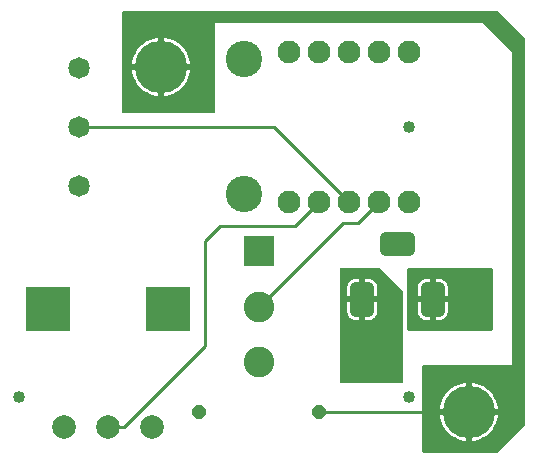
<source format=gbr>
G04 EAGLE Gerber RS-274X export*
G75*
%MOMM*%
%FSLAX34Y34*%
%LPD*%
%INTop Copper*%
%IPPOS*%
%AMOC8*
5,1,8,0,0,1.08239X$1,22.5*%
G01*
%ADD10C,1.930400*%
%ADD11C,3.080000*%
%ADD12C,2.000000*%
%ADD13R,3.816000X3.816000*%
%ADD14R,2.590000X2.590000*%
%ADD15C,2.590000*%
%ADD16C,1.820000*%
%ADD17C,1.000000*%
%ADD18C,4.445000*%
%ADD19C,1.016000*%
%ADD20P,1.231672X8X22.500000*%
%ADD21C,0.654800*%
%ADD22C,0.254000*%

G36*
X417304Y3315D02*
X417304Y3315D01*
X417403Y3318D01*
X417462Y3335D01*
X417522Y3343D01*
X417614Y3379D01*
X417709Y3407D01*
X417761Y3437D01*
X417817Y3460D01*
X417897Y3518D01*
X417983Y3568D01*
X418058Y3634D01*
X418075Y3646D01*
X418083Y3656D01*
X418104Y3674D01*
X440826Y26396D01*
X440886Y26475D01*
X440954Y26547D01*
X440983Y26600D01*
X441020Y26648D01*
X441060Y26739D01*
X441108Y26825D01*
X441123Y26884D01*
X441147Y26939D01*
X441162Y27037D01*
X441187Y27133D01*
X441193Y27233D01*
X441197Y27254D01*
X441195Y27266D01*
X441197Y27294D01*
X441197Y353706D01*
X441185Y353804D01*
X441182Y353903D01*
X441165Y353962D01*
X441157Y354022D01*
X441121Y354114D01*
X441093Y354209D01*
X441063Y354261D01*
X441040Y354317D01*
X440982Y354397D01*
X440932Y354483D01*
X440866Y354558D01*
X440854Y354575D01*
X440844Y354583D01*
X440826Y354604D01*
X418104Y377326D01*
X418025Y377386D01*
X417953Y377454D01*
X417900Y377483D01*
X417852Y377520D01*
X417761Y377560D01*
X417675Y377608D01*
X417616Y377623D01*
X417561Y377647D01*
X417463Y377662D01*
X417367Y377687D01*
X417267Y377693D01*
X417246Y377697D01*
X417234Y377695D01*
X417206Y377697D01*
X101600Y377697D01*
X101482Y377682D01*
X101363Y377675D01*
X101325Y377662D01*
X101284Y377657D01*
X101174Y377614D01*
X101061Y377577D01*
X101026Y377555D01*
X100989Y377540D01*
X100893Y377471D01*
X100792Y377407D01*
X100764Y377377D01*
X100731Y377354D01*
X100656Y377262D01*
X100574Y377175D01*
X100554Y377140D01*
X100529Y377109D01*
X100478Y377001D01*
X100420Y376897D01*
X100410Y376857D01*
X100393Y376821D01*
X100371Y376704D01*
X100341Y376589D01*
X100337Y376529D01*
X100333Y376509D01*
X100335Y376488D01*
X100331Y376428D01*
X100331Y292100D01*
X100346Y291982D01*
X100353Y291863D01*
X100366Y291825D01*
X100371Y291784D01*
X100414Y291674D01*
X100451Y291561D01*
X100473Y291526D01*
X100488Y291489D01*
X100558Y291393D01*
X100621Y291292D01*
X100651Y291264D01*
X100674Y291231D01*
X100766Y291156D01*
X100853Y291074D01*
X100888Y291054D01*
X100919Y291029D01*
X101027Y290978D01*
X101131Y290920D01*
X101171Y290910D01*
X101207Y290893D01*
X101324Y290871D01*
X101439Y290841D01*
X101500Y290837D01*
X101520Y290833D01*
X101540Y290835D01*
X101600Y290831D01*
X177800Y290831D01*
X177918Y290846D01*
X178037Y290853D01*
X178075Y290866D01*
X178116Y290871D01*
X178226Y290914D01*
X178339Y290951D01*
X178374Y290973D01*
X178411Y290988D01*
X178507Y291058D01*
X178608Y291121D01*
X178636Y291151D01*
X178669Y291174D01*
X178745Y291266D01*
X178826Y291353D01*
X178846Y291388D01*
X178871Y291419D01*
X178922Y291527D01*
X178980Y291631D01*
X178990Y291671D01*
X179007Y291707D01*
X179029Y291824D01*
X179059Y291939D01*
X179063Y292000D01*
X179067Y292020D01*
X179065Y292040D01*
X179069Y292100D01*
X179069Y367031D01*
X405874Y367031D01*
X430531Y342374D01*
X430531Y77469D01*
X355600Y77469D01*
X355482Y77454D01*
X355363Y77447D01*
X355325Y77434D01*
X355284Y77429D01*
X355174Y77386D01*
X355061Y77349D01*
X355026Y77327D01*
X354989Y77312D01*
X354893Y77243D01*
X354792Y77179D01*
X354764Y77149D01*
X354731Y77126D01*
X354656Y77034D01*
X354574Y76947D01*
X354554Y76912D01*
X354529Y76881D01*
X354478Y76773D01*
X354420Y76669D01*
X354410Y76629D01*
X354393Y76593D01*
X354371Y76476D01*
X354341Y76361D01*
X354337Y76301D01*
X354333Y76281D01*
X354335Y76260D01*
X354331Y76200D01*
X354331Y4572D01*
X354346Y4454D01*
X354353Y4335D01*
X354366Y4297D01*
X354371Y4256D01*
X354414Y4146D01*
X354451Y4033D01*
X354473Y3998D01*
X354488Y3961D01*
X354558Y3865D01*
X354621Y3764D01*
X354651Y3736D01*
X354674Y3703D01*
X354766Y3627D01*
X354853Y3546D01*
X354888Y3526D01*
X354919Y3501D01*
X355027Y3450D01*
X355131Y3392D01*
X355171Y3382D01*
X355207Y3365D01*
X355324Y3343D01*
X355439Y3313D01*
X355500Y3309D01*
X355520Y3305D01*
X355540Y3307D01*
X355600Y3303D01*
X417206Y3303D01*
X417304Y3315D01*
G37*
G36*
X336668Y62246D02*
X336668Y62246D01*
X336787Y62253D01*
X336825Y62266D01*
X336866Y62271D01*
X336976Y62314D01*
X337089Y62351D01*
X337124Y62373D01*
X337161Y62388D01*
X337257Y62458D01*
X337358Y62521D01*
X337386Y62551D01*
X337419Y62574D01*
X337495Y62666D01*
X337576Y62753D01*
X337596Y62788D01*
X337621Y62819D01*
X337672Y62927D01*
X337730Y63031D01*
X337740Y63071D01*
X337757Y63107D01*
X337779Y63224D01*
X337809Y63339D01*
X337813Y63400D01*
X337817Y63420D01*
X337815Y63440D01*
X337819Y63500D01*
X337819Y139700D01*
X337807Y139798D01*
X337804Y139897D01*
X337787Y139955D01*
X337779Y140016D01*
X337743Y140108D01*
X337715Y140203D01*
X337685Y140255D01*
X337662Y140311D01*
X337604Y140391D01*
X337554Y140477D01*
X337488Y140552D01*
X337476Y140569D01*
X337466Y140576D01*
X337448Y140598D01*
X318398Y159648D01*
X318319Y159708D01*
X318247Y159776D01*
X318194Y159805D01*
X318146Y159842D01*
X318055Y159882D01*
X317969Y159930D01*
X317910Y159945D01*
X317854Y159969D01*
X317756Y159984D01*
X317661Y160009D01*
X317561Y160015D01*
X317540Y160019D01*
X317528Y160017D01*
X317500Y160019D01*
X285750Y160019D01*
X285632Y160004D01*
X285513Y159997D01*
X285475Y159984D01*
X285434Y159979D01*
X285324Y159936D01*
X285211Y159899D01*
X285176Y159877D01*
X285139Y159862D01*
X285043Y159793D01*
X284942Y159729D01*
X284914Y159699D01*
X284881Y159676D01*
X284806Y159584D01*
X284724Y159497D01*
X284704Y159462D01*
X284679Y159431D01*
X284628Y159323D01*
X284570Y159219D01*
X284560Y159179D01*
X284543Y159143D01*
X284521Y159026D01*
X284491Y158911D01*
X284487Y158851D01*
X284483Y158831D01*
X284485Y158810D01*
X284481Y158750D01*
X284481Y63500D01*
X284496Y63382D01*
X284503Y63263D01*
X284516Y63225D01*
X284521Y63184D01*
X284564Y63074D01*
X284601Y62961D01*
X284623Y62926D01*
X284638Y62889D01*
X284708Y62793D01*
X284771Y62692D01*
X284801Y62664D01*
X284824Y62631D01*
X284916Y62556D01*
X285003Y62474D01*
X285038Y62454D01*
X285069Y62429D01*
X285177Y62378D01*
X285281Y62320D01*
X285321Y62310D01*
X285357Y62293D01*
X285474Y62271D01*
X285589Y62241D01*
X285650Y62237D01*
X285670Y62233D01*
X285690Y62235D01*
X285750Y62231D01*
X336550Y62231D01*
X336668Y62246D01*
G37*
G36*
X412868Y106696D02*
X412868Y106696D01*
X412987Y106703D01*
X413025Y106716D01*
X413066Y106721D01*
X413176Y106764D01*
X413289Y106801D01*
X413324Y106823D01*
X413361Y106838D01*
X413457Y106908D01*
X413558Y106971D01*
X413586Y107001D01*
X413619Y107024D01*
X413695Y107116D01*
X413776Y107203D01*
X413796Y107238D01*
X413821Y107269D01*
X413872Y107377D01*
X413930Y107481D01*
X413940Y107521D01*
X413957Y107557D01*
X413979Y107674D01*
X414009Y107789D01*
X414013Y107850D01*
X414017Y107870D01*
X414015Y107890D01*
X414019Y107950D01*
X414019Y158750D01*
X414004Y158868D01*
X413997Y158987D01*
X413984Y159025D01*
X413979Y159066D01*
X413936Y159176D01*
X413899Y159289D01*
X413877Y159324D01*
X413862Y159361D01*
X413793Y159457D01*
X413729Y159558D01*
X413699Y159586D01*
X413676Y159619D01*
X413584Y159695D01*
X413497Y159776D01*
X413462Y159796D01*
X413431Y159821D01*
X413323Y159872D01*
X413219Y159930D01*
X413179Y159940D01*
X413143Y159957D01*
X413026Y159979D01*
X412911Y160009D01*
X412851Y160013D01*
X412831Y160017D01*
X412810Y160015D01*
X412750Y160019D01*
X342900Y160019D01*
X342782Y160004D01*
X342663Y159997D01*
X342625Y159984D01*
X342584Y159979D01*
X342474Y159936D01*
X342361Y159899D01*
X342326Y159877D01*
X342289Y159862D01*
X342193Y159793D01*
X342092Y159729D01*
X342064Y159699D01*
X342031Y159676D01*
X341956Y159584D01*
X341874Y159497D01*
X341854Y159462D01*
X341829Y159431D01*
X341778Y159323D01*
X341720Y159219D01*
X341710Y159179D01*
X341693Y159143D01*
X341671Y159026D01*
X341641Y158911D01*
X341637Y158851D01*
X341633Y158831D01*
X341635Y158810D01*
X341634Y158806D01*
X341633Y158801D01*
X341634Y158795D01*
X341631Y158750D01*
X341631Y107950D01*
X341646Y107832D01*
X341653Y107713D01*
X341666Y107675D01*
X341671Y107634D01*
X341714Y107524D01*
X341751Y107411D01*
X341773Y107376D01*
X341788Y107339D01*
X341858Y107243D01*
X341921Y107142D01*
X341951Y107114D01*
X341974Y107081D01*
X342066Y107006D01*
X342153Y106924D01*
X342188Y106904D01*
X342219Y106879D01*
X342327Y106828D01*
X342431Y106770D01*
X342471Y106760D01*
X342507Y106743D01*
X342624Y106721D01*
X342739Y106691D01*
X342800Y106687D01*
X342820Y106683D01*
X342840Y106685D01*
X342900Y106681D01*
X412750Y106681D01*
X412868Y106696D01*
G37*
%LPC*%
G36*
X305839Y120990D02*
X305839Y120990D01*
X305824Y121108D01*
X305817Y121227D01*
X305804Y121265D01*
X305799Y121306D01*
X305755Y121416D01*
X305719Y121529D01*
X305697Y121564D01*
X305682Y121601D01*
X305612Y121697D01*
X305549Y121798D01*
X305519Y121826D01*
X305495Y121859D01*
X305404Y121935D01*
X305317Y122016D01*
X305282Y122036D01*
X305250Y122061D01*
X305143Y122112D01*
X305039Y122170D01*
X304999Y122180D01*
X304963Y122197D01*
X304846Y122219D01*
X304731Y122249D01*
X304670Y122253D01*
X304650Y122257D01*
X304630Y122255D01*
X304570Y122259D01*
X302030Y122259D01*
X301912Y122244D01*
X301793Y122237D01*
X301755Y122224D01*
X301715Y122219D01*
X301604Y122176D01*
X301491Y122139D01*
X301456Y122117D01*
X301419Y122102D01*
X301323Y122033D01*
X301222Y121969D01*
X301194Y121939D01*
X301161Y121916D01*
X301086Y121824D01*
X301004Y121737D01*
X300984Y121702D01*
X300959Y121671D01*
X300908Y121563D01*
X300850Y121459D01*
X300840Y121419D01*
X300823Y121383D01*
X300801Y121266D01*
X300771Y121151D01*
X300767Y121091D01*
X300763Y121071D01*
X300765Y121050D01*
X300761Y120990D01*
X300761Y115809D01*
X297557Y115809D01*
X296100Y116099D01*
X294728Y116667D01*
X293493Y117493D01*
X292443Y118543D01*
X291617Y119778D01*
X291049Y121150D01*
X290759Y122607D01*
X290759Y130811D01*
X294440Y130811D01*
X294558Y130826D01*
X294677Y130833D01*
X294715Y130846D01*
X294756Y130851D01*
X294866Y130894D01*
X294979Y130931D01*
X295014Y130953D01*
X295051Y130968D01*
X295147Y131038D01*
X295248Y131101D01*
X295276Y131131D01*
X295309Y131155D01*
X295385Y131246D01*
X295466Y131333D01*
X295486Y131368D01*
X295511Y131399D01*
X295562Y131507D01*
X295620Y131611D01*
X295630Y131651D01*
X295647Y131687D01*
X295669Y131804D01*
X295699Y131919D01*
X295703Y131980D01*
X295707Y132000D01*
X295705Y132020D01*
X295709Y132080D01*
X295709Y134620D01*
X295694Y134738D01*
X295687Y134857D01*
X295674Y134895D01*
X295669Y134935D01*
X295626Y135046D01*
X295589Y135159D01*
X295567Y135194D01*
X295552Y135231D01*
X295483Y135327D01*
X295419Y135428D01*
X295389Y135456D01*
X295366Y135488D01*
X295274Y135564D01*
X295187Y135646D01*
X295152Y135665D01*
X295121Y135691D01*
X295013Y135742D01*
X294909Y135799D01*
X294869Y135810D01*
X294833Y135827D01*
X294716Y135849D01*
X294601Y135879D01*
X294541Y135883D01*
X294521Y135887D01*
X294500Y135885D01*
X294440Y135889D01*
X290759Y135889D01*
X290759Y144093D01*
X291049Y145550D01*
X291617Y146922D01*
X292443Y148157D01*
X293493Y149207D01*
X294728Y150033D01*
X296100Y150601D01*
X297557Y150891D01*
X300761Y150891D01*
X300761Y145710D01*
X300776Y145592D01*
X300783Y145473D01*
X300796Y145435D01*
X300801Y145394D01*
X300844Y145284D01*
X300881Y145171D01*
X300903Y145136D01*
X300918Y145099D01*
X300988Y145003D01*
X301051Y144902D01*
X301081Y144874D01*
X301105Y144841D01*
X301196Y144765D01*
X301283Y144684D01*
X301318Y144664D01*
X301349Y144639D01*
X301457Y144588D01*
X301561Y144530D01*
X301601Y144520D01*
X301637Y144503D01*
X301754Y144481D01*
X301869Y144451D01*
X301930Y144447D01*
X301950Y144443D01*
X301970Y144445D01*
X302030Y144441D01*
X304570Y144441D01*
X304688Y144456D01*
X304807Y144463D01*
X304845Y144476D01*
X304885Y144481D01*
X304996Y144524D01*
X305109Y144561D01*
X305144Y144583D01*
X305181Y144598D01*
X305277Y144667D01*
X305378Y144731D01*
X305406Y144761D01*
X305438Y144784D01*
X305514Y144876D01*
X305596Y144963D01*
X305615Y144998D01*
X305641Y145029D01*
X305692Y145137D01*
X305749Y145241D01*
X305760Y145281D01*
X305777Y145317D01*
X305799Y145434D01*
X305829Y145549D01*
X305833Y145609D01*
X305837Y145629D01*
X305835Y145650D01*
X305839Y145710D01*
X305839Y150891D01*
X309043Y150891D01*
X310500Y150601D01*
X311872Y150033D01*
X313107Y149207D01*
X314157Y148157D01*
X314983Y146922D01*
X315551Y145550D01*
X315841Y144093D01*
X315841Y135889D01*
X312160Y135889D01*
X312042Y135874D01*
X311923Y135867D01*
X311885Y135854D01*
X311844Y135849D01*
X311734Y135805D01*
X311621Y135769D01*
X311586Y135747D01*
X311549Y135732D01*
X311453Y135662D01*
X311352Y135599D01*
X311324Y135569D01*
X311291Y135545D01*
X311215Y135454D01*
X311134Y135367D01*
X311114Y135332D01*
X311089Y135300D01*
X311038Y135193D01*
X310980Y135089D01*
X310970Y135049D01*
X310953Y135013D01*
X310931Y134896D01*
X310901Y134781D01*
X310897Y134720D01*
X310893Y134700D01*
X310895Y134680D01*
X310891Y134620D01*
X310891Y132080D01*
X310906Y131962D01*
X310913Y131843D01*
X310926Y131805D01*
X310931Y131765D01*
X310974Y131654D01*
X311011Y131541D01*
X311033Y131506D01*
X311048Y131469D01*
X311117Y131373D01*
X311181Y131272D01*
X311211Y131244D01*
X311234Y131211D01*
X311326Y131136D01*
X311413Y131054D01*
X311448Y131034D01*
X311479Y131009D01*
X311587Y130958D01*
X311691Y130900D01*
X311731Y130890D01*
X311767Y130873D01*
X311884Y130851D01*
X311999Y130821D01*
X312059Y130817D01*
X312079Y130813D01*
X312100Y130815D01*
X312160Y130811D01*
X315841Y130811D01*
X315841Y122607D01*
X315551Y121150D01*
X314983Y119778D01*
X314157Y118543D01*
X313107Y117493D01*
X311872Y116667D01*
X310500Y116099D01*
X309043Y115809D01*
X305839Y115809D01*
X305839Y120990D01*
G37*
%LPD*%
%LPC*%
G36*
X365839Y120990D02*
X365839Y120990D01*
X365824Y121108D01*
X365817Y121227D01*
X365804Y121265D01*
X365799Y121306D01*
X365755Y121416D01*
X365719Y121529D01*
X365697Y121564D01*
X365682Y121601D01*
X365612Y121697D01*
X365549Y121798D01*
X365519Y121826D01*
X365495Y121859D01*
X365404Y121935D01*
X365317Y122016D01*
X365282Y122036D01*
X365250Y122061D01*
X365143Y122112D01*
X365039Y122170D01*
X364999Y122180D01*
X364963Y122197D01*
X364846Y122219D01*
X364731Y122249D01*
X364670Y122253D01*
X364650Y122257D01*
X364630Y122255D01*
X364570Y122259D01*
X362030Y122259D01*
X361912Y122244D01*
X361793Y122237D01*
X361755Y122224D01*
X361715Y122219D01*
X361604Y122176D01*
X361491Y122139D01*
X361456Y122117D01*
X361419Y122102D01*
X361323Y122033D01*
X361222Y121969D01*
X361194Y121939D01*
X361161Y121916D01*
X361086Y121824D01*
X361004Y121737D01*
X360984Y121702D01*
X360959Y121671D01*
X360908Y121563D01*
X360850Y121459D01*
X360840Y121419D01*
X360823Y121383D01*
X360801Y121266D01*
X360771Y121151D01*
X360767Y121091D01*
X360763Y121071D01*
X360765Y121050D01*
X360761Y120990D01*
X360761Y115809D01*
X357557Y115809D01*
X356100Y116099D01*
X354728Y116667D01*
X353493Y117493D01*
X352443Y118543D01*
X351617Y119778D01*
X351049Y121150D01*
X350759Y122607D01*
X350759Y130811D01*
X354440Y130811D01*
X354558Y130826D01*
X354677Y130833D01*
X354715Y130846D01*
X354756Y130851D01*
X354866Y130894D01*
X354979Y130931D01*
X355014Y130953D01*
X355051Y130968D01*
X355147Y131038D01*
X355248Y131101D01*
X355276Y131131D01*
X355309Y131155D01*
X355385Y131246D01*
X355466Y131333D01*
X355486Y131368D01*
X355511Y131399D01*
X355562Y131507D01*
X355620Y131611D01*
X355630Y131651D01*
X355647Y131687D01*
X355669Y131804D01*
X355699Y131919D01*
X355703Y131980D01*
X355707Y132000D01*
X355705Y132020D01*
X355709Y132080D01*
X355709Y134620D01*
X355694Y134738D01*
X355687Y134857D01*
X355674Y134895D01*
X355669Y134935D01*
X355626Y135046D01*
X355589Y135159D01*
X355567Y135194D01*
X355552Y135231D01*
X355483Y135327D01*
X355419Y135428D01*
X355389Y135456D01*
X355366Y135488D01*
X355274Y135564D01*
X355187Y135646D01*
X355152Y135665D01*
X355121Y135691D01*
X355013Y135742D01*
X354909Y135799D01*
X354869Y135810D01*
X354833Y135827D01*
X354716Y135849D01*
X354601Y135879D01*
X354541Y135883D01*
X354521Y135887D01*
X354500Y135885D01*
X354440Y135889D01*
X350759Y135889D01*
X350759Y144093D01*
X351049Y145550D01*
X351617Y146922D01*
X352443Y148157D01*
X353493Y149207D01*
X354728Y150033D01*
X356100Y150601D01*
X357557Y150891D01*
X360761Y150891D01*
X360761Y145710D01*
X360776Y145592D01*
X360783Y145473D01*
X360796Y145435D01*
X360801Y145394D01*
X360844Y145284D01*
X360881Y145171D01*
X360903Y145136D01*
X360918Y145099D01*
X360988Y145003D01*
X361051Y144902D01*
X361081Y144874D01*
X361105Y144841D01*
X361196Y144765D01*
X361283Y144684D01*
X361318Y144664D01*
X361349Y144639D01*
X361457Y144588D01*
X361561Y144530D01*
X361601Y144520D01*
X361637Y144503D01*
X361754Y144481D01*
X361869Y144451D01*
X361930Y144447D01*
X361950Y144443D01*
X361970Y144445D01*
X362030Y144441D01*
X364570Y144441D01*
X364688Y144456D01*
X364807Y144463D01*
X364845Y144476D01*
X364885Y144481D01*
X364996Y144524D01*
X365109Y144561D01*
X365144Y144583D01*
X365181Y144598D01*
X365277Y144667D01*
X365378Y144731D01*
X365406Y144761D01*
X365438Y144784D01*
X365514Y144876D01*
X365596Y144963D01*
X365615Y144998D01*
X365641Y145029D01*
X365692Y145137D01*
X365749Y145241D01*
X365760Y145281D01*
X365777Y145317D01*
X365799Y145434D01*
X365829Y145549D01*
X365833Y145609D01*
X365837Y145629D01*
X365835Y145650D01*
X365839Y145710D01*
X365839Y150891D01*
X369043Y150891D01*
X370500Y150601D01*
X371872Y150033D01*
X373107Y149207D01*
X374157Y148157D01*
X374983Y146922D01*
X375551Y145550D01*
X375841Y144093D01*
X375841Y135889D01*
X372160Y135889D01*
X372042Y135874D01*
X371923Y135867D01*
X371885Y135854D01*
X371844Y135849D01*
X371734Y135805D01*
X371621Y135769D01*
X371586Y135747D01*
X371549Y135732D01*
X371453Y135662D01*
X371352Y135599D01*
X371324Y135569D01*
X371291Y135545D01*
X371215Y135454D01*
X371134Y135367D01*
X371114Y135332D01*
X371089Y135300D01*
X371038Y135193D01*
X370980Y135089D01*
X370970Y135049D01*
X370953Y135013D01*
X370931Y134896D01*
X370901Y134781D01*
X370897Y134720D01*
X370893Y134700D01*
X370894Y134689D01*
X370893Y134685D01*
X370894Y134672D01*
X370891Y134620D01*
X370891Y132080D01*
X370906Y131962D01*
X370913Y131843D01*
X370926Y131805D01*
X370931Y131765D01*
X370974Y131654D01*
X371011Y131541D01*
X371033Y131506D01*
X371048Y131469D01*
X371117Y131373D01*
X371181Y131272D01*
X371211Y131244D01*
X371234Y131211D01*
X371326Y131136D01*
X371413Y131054D01*
X371448Y131034D01*
X371479Y131009D01*
X371587Y130958D01*
X371691Y130900D01*
X371731Y130890D01*
X371767Y130873D01*
X371884Y130851D01*
X371999Y130821D01*
X372059Y130817D01*
X372079Y130813D01*
X372100Y130815D01*
X372160Y130811D01*
X375841Y130811D01*
X375841Y122607D01*
X375551Y121150D01*
X374983Y119778D01*
X374157Y118543D01*
X373107Y117493D01*
X371872Y116667D01*
X370500Y116099D01*
X369043Y115809D01*
X365839Y115809D01*
X365839Y120990D01*
G37*
%LPD*%
%LPC*%
G36*
X135889Y332739D02*
X135889Y332739D01*
X135889Y354836D01*
X137505Y354654D01*
X140217Y354035D01*
X142842Y353117D01*
X145349Y351910D01*
X147704Y350430D01*
X149879Y348695D01*
X151845Y346729D01*
X153580Y344554D01*
X155060Y342199D01*
X156267Y339692D01*
X157185Y337067D01*
X157804Y334355D01*
X157986Y332739D01*
X135889Y332739D01*
G37*
%LPD*%
%LPC*%
G36*
X396239Y40639D02*
X396239Y40639D01*
X396239Y62736D01*
X397855Y62554D01*
X400567Y61935D01*
X403192Y61017D01*
X405699Y59810D01*
X408054Y58330D01*
X410229Y56595D01*
X412195Y54629D01*
X413930Y52454D01*
X415410Y50099D01*
X416617Y47592D01*
X417535Y44967D01*
X418154Y42255D01*
X418336Y40639D01*
X396239Y40639D01*
G37*
%LPD*%
%LPC*%
G36*
X108714Y332739D02*
X108714Y332739D01*
X108896Y334355D01*
X109515Y337067D01*
X110433Y339692D01*
X111640Y342199D01*
X113120Y344554D01*
X114855Y346729D01*
X116821Y348695D01*
X118996Y350430D01*
X121351Y351910D01*
X123858Y353117D01*
X126483Y354035D01*
X129195Y354654D01*
X130811Y354836D01*
X130811Y332739D01*
X108714Y332739D01*
G37*
%LPD*%
%LPC*%
G36*
X135889Y327661D02*
X135889Y327661D01*
X157986Y327661D01*
X157804Y326045D01*
X157185Y323333D01*
X156267Y320708D01*
X155060Y318201D01*
X153580Y315846D01*
X151845Y313671D01*
X149879Y311705D01*
X147704Y309970D01*
X145349Y308490D01*
X142842Y307283D01*
X140217Y306365D01*
X137505Y305746D01*
X135889Y305564D01*
X135889Y327661D01*
G37*
%LPD*%
%LPC*%
G36*
X369064Y40639D02*
X369064Y40639D01*
X369246Y42255D01*
X369865Y44967D01*
X370783Y47592D01*
X371990Y50099D01*
X373470Y52454D01*
X375205Y54629D01*
X377171Y56595D01*
X379346Y58330D01*
X381701Y59810D01*
X384208Y61017D01*
X386833Y61935D01*
X389545Y62554D01*
X391161Y62736D01*
X391161Y40639D01*
X369064Y40639D01*
G37*
%LPD*%
%LPC*%
G36*
X396239Y35561D02*
X396239Y35561D01*
X418336Y35561D01*
X418154Y33945D01*
X417535Y31233D01*
X416617Y28608D01*
X415410Y26101D01*
X413930Y23746D01*
X412195Y21571D01*
X410229Y19605D01*
X408054Y17870D01*
X405699Y16390D01*
X403192Y15183D01*
X400567Y14265D01*
X397855Y13646D01*
X396239Y13464D01*
X396239Y35561D01*
G37*
%LPD*%
%LPC*%
G36*
X129195Y305746D02*
X129195Y305746D01*
X126483Y306365D01*
X123858Y307283D01*
X121351Y308490D01*
X118996Y309970D01*
X116821Y311705D01*
X114855Y313671D01*
X113120Y315846D01*
X111640Y318201D01*
X110433Y320708D01*
X109515Y323333D01*
X108896Y326045D01*
X108714Y327661D01*
X130811Y327661D01*
X130811Y305564D01*
X129195Y305746D01*
G37*
%LPD*%
%LPC*%
G36*
X389545Y13646D02*
X389545Y13646D01*
X386833Y14265D01*
X384208Y15183D01*
X381701Y16390D01*
X379346Y17870D01*
X377171Y19605D01*
X375205Y21571D01*
X373470Y23746D01*
X371990Y26101D01*
X370783Y28608D01*
X369865Y31233D01*
X369246Y33945D01*
X369064Y35561D01*
X391161Y35561D01*
X391161Y13464D01*
X389545Y13646D01*
G37*
%LPD*%
%LPC*%
G36*
X133349Y330199D02*
X133349Y330199D01*
X133349Y330201D01*
X133351Y330201D01*
X133351Y330199D01*
X133349Y330199D01*
G37*
%LPD*%
%LPC*%
G36*
X393699Y38099D02*
X393699Y38099D01*
X393699Y38101D01*
X393701Y38101D01*
X393701Y38099D01*
X393699Y38099D01*
G37*
%LPD*%
D10*
X342900Y342646D03*
X317500Y342646D03*
X292100Y342646D03*
X266700Y342646D03*
X241300Y342646D03*
X241300Y215900D03*
X266700Y215900D03*
X292100Y215900D03*
X317500Y215900D03*
X342900Y215900D03*
D11*
X203200Y336550D03*
X203200Y222250D03*
D12*
X50800Y25400D03*
X125730Y25400D03*
X88265Y25400D03*
D13*
X138811Y125222D03*
X37719Y125222D03*
D14*
X215900Y174000D03*
D15*
X215900Y127000D03*
X215900Y80000D03*
D16*
X63500Y229400D03*
X63500Y279400D03*
X63500Y329400D03*
D17*
X308300Y143350D02*
X308300Y123350D01*
X298300Y123350D01*
X298300Y143350D01*
X308300Y143350D01*
X308300Y132850D02*
X298300Y132850D01*
X298300Y142350D02*
X308300Y142350D01*
X368300Y143350D02*
X368300Y123350D01*
X358300Y123350D01*
X358300Y143350D01*
X368300Y143350D01*
X368300Y132850D02*
X358300Y132850D01*
X358300Y142350D02*
X368300Y142350D01*
X343300Y185350D02*
X323300Y185350D01*
X343300Y185350D02*
X343300Y175350D01*
X323300Y175350D01*
X323300Y185350D01*
X323300Y184850D02*
X343300Y184850D01*
D18*
X133350Y330200D03*
X393700Y38100D03*
D19*
X12700Y50800D03*
X342900Y50800D03*
X342900Y279400D03*
D20*
X165100Y38100D03*
X266700Y38100D03*
D21*
X400050Y120650D03*
X387350Y120650D03*
X387350Y133350D03*
X387350Y146050D03*
X400050Y133350D03*
X400050Y146050D03*
X298450Y101600D03*
X311150Y101600D03*
X323850Y101600D03*
X323850Y88900D03*
X311150Y88900D03*
X298450Y88900D03*
X298450Y76200D03*
X311150Y76200D03*
X323850Y76200D03*
D22*
X170180Y93980D02*
X101600Y25400D01*
X88265Y25400D01*
X170180Y93980D02*
X170180Y182880D01*
X183040Y195740D01*
X246540Y195740D01*
X266700Y215900D01*
X299720Y198120D02*
X317500Y215900D01*
X287020Y198120D02*
X215900Y127000D01*
X287020Y198120D02*
X299720Y198120D01*
X292100Y215900D02*
X228600Y279400D01*
X63500Y279400D01*
X266700Y38100D02*
X393700Y38100D01*
M02*

</source>
